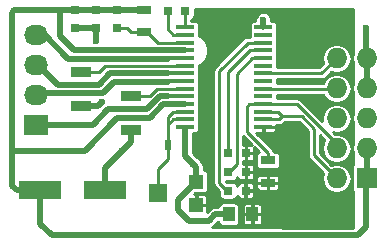
<source format=gbr>
G04 #@! TF.FileFunction,Copper,L1,Top,Signal*
%FSLAX45Y45*%
G04 Gerber Fmt 4.5, Leading zero omitted, Abs format (unit mm)*
G04 Created by KiCad (PCBNEW 4.0.1-stable) date 12-Feb-16 12:46:57 PM*
%MOMM*%
G01*
G04 APERTURE LIST*
%ADD10C,0.100000*%
%ADD11R,1.550000X0.300000*%
%ADD12R,0.800000X0.750000*%
%ADD13R,1.300000X0.700000*%
%ADD14R,0.750000X0.800000*%
%ADD15R,2.032000X1.727200*%
%ADD16O,2.032000X1.727200*%
%ADD17R,3.599180X1.600200*%
%ADD18R,0.500000X0.900000*%
%ADD19R,1.000000X1.250000*%
%ADD20R,1.200000X1.200000*%
%ADD21R,1.500000X1.600000*%
%ADD22R,1.700000X0.900000*%
%ADD23R,1.727200X1.727200*%
%ADD24O,1.727200X1.727200*%
%ADD25C,0.600000*%
%ADD26C,0.500000*%
%ADD27C,0.250000*%
%ADD28C,0.300000*%
%ADD29C,0.254000*%
G04 APERTURE END LIST*
D10*
D11*
X2240500Y-279500D03*
X1580500Y-279500D03*
X2240500Y-344500D03*
X1580500Y-344500D03*
X2240500Y-409500D03*
X1580500Y-409500D03*
X2240500Y-474500D03*
X1580500Y-474500D03*
X2240500Y-539500D03*
X1580500Y-539500D03*
X2240500Y-604500D03*
X1580500Y-604500D03*
X2240500Y-669500D03*
X1580500Y-669500D03*
X2240500Y-734500D03*
X1580500Y-734500D03*
X2240500Y-799500D03*
X1580500Y-799500D03*
X2240500Y-864500D03*
X1580500Y-864500D03*
X2240500Y-929500D03*
X1580500Y-929500D03*
X2240500Y-994500D03*
X1580500Y-994500D03*
X2240500Y-1059500D03*
X1580500Y-1059500D03*
X2240500Y-1124500D03*
X1580500Y-1124500D03*
D12*
X1941000Y-1663000D03*
X2091000Y-1663000D03*
D13*
X2278000Y-1596000D03*
X2278000Y-1406000D03*
D12*
X1942000Y-1504000D03*
X2092000Y-1504000D03*
X1942000Y-1345000D03*
X2092000Y-1345000D03*
X1430120Y-141660D03*
X1580120Y-141660D03*
D14*
X641520Y-135240D03*
X641520Y-285240D03*
X821860Y-135240D03*
X821860Y-285240D03*
D13*
X1228260Y-323020D03*
X1228260Y-133020D03*
D14*
X999660Y-285240D03*
X999660Y-135240D03*
D15*
X318940Y-1104320D03*
D16*
X318940Y-850320D03*
X318940Y-596320D03*
X318940Y-342320D03*
D17*
X352976Y-1660580D03*
X903140Y-1660580D03*
D18*
X1430020Y-1273000D03*
X1580020Y-1273000D03*
D19*
X2147000Y-1862000D03*
X1947000Y-1862000D03*
D20*
X1674000Y-1786000D03*
X1674000Y-1586000D03*
D21*
X1349000Y-1686000D03*
D22*
X695020Y-658000D03*
X695020Y-948000D03*
X1120020Y-858000D03*
X1120020Y-1148000D03*
D23*
X3114000Y-1557000D03*
D24*
X2860000Y-1557000D03*
X3114000Y-1303000D03*
X2860000Y-1303000D03*
X3114000Y-1049000D03*
X2860000Y-1049000D03*
X3114000Y-795000D03*
X2860000Y-795000D03*
X3114000Y-541000D03*
X2860000Y-541000D03*
D25*
X1643500Y-1433500D03*
X3108000Y-283000D03*
X2240000Y-220000D03*
X1045020Y-1328200D03*
X875000Y-910081D03*
X821860Y-398200D03*
D26*
X3110020Y-1560980D02*
X3110020Y-1969980D01*
X3040000Y-2040000D02*
X3110020Y-1969980D01*
X450000Y-2040000D02*
X3040000Y-2040000D01*
X352976Y-1942976D02*
X450000Y-2040000D01*
X352976Y-1942976D02*
X352976Y-1660580D01*
X3110020Y-1560980D02*
X3114000Y-1557000D01*
X3114000Y-1557000D02*
X3114000Y-1303000D01*
X1429058Y-930481D02*
X1579519Y-930481D01*
X1579519Y-930481D02*
X1580500Y-929500D01*
X400020Y-1323776D02*
X113976Y-1323776D01*
X400020Y-1323776D02*
X726224Y-1323776D01*
X352976Y-1323776D02*
X400020Y-1323776D01*
X726224Y-1323776D02*
X1004999Y-1045001D01*
X1004999Y-1045001D02*
X1279959Y-1045001D01*
X1279959Y-1045001D02*
X1394479Y-930481D01*
X1394479Y-930481D02*
X1429058Y-930481D01*
X1429058Y-930481D02*
X1430039Y-930481D01*
X113200Y-1323000D02*
X113200Y-1623200D01*
X150580Y-1660580D02*
X352976Y-1660580D01*
X113200Y-1623200D02*
X150580Y-1660580D01*
X542460Y-135240D02*
X519600Y-135240D01*
X519600Y-135240D02*
X519600Y-355020D01*
X1162120Y-474500D02*
X1162220Y-474400D01*
X519600Y-355020D02*
X639080Y-474500D01*
X639080Y-474500D02*
X1162120Y-474500D01*
X1162220Y-474400D02*
X1580400Y-474400D01*
X1580400Y-474400D02*
X1580500Y-474500D01*
X113976Y-1323776D02*
X113200Y-1323000D01*
X113200Y-1289740D02*
X113200Y-1323000D01*
X641520Y-135240D02*
X542460Y-135240D01*
X113200Y-154360D02*
X113200Y-1289740D01*
X132320Y-135240D02*
X113200Y-154360D01*
X542460Y-135240D02*
X132320Y-135240D01*
X452925Y-1660580D02*
X352976Y-1660580D01*
X821860Y-135240D02*
X999660Y-135240D01*
X641520Y-135240D02*
X821860Y-135240D01*
X1226040Y-135240D02*
X1228260Y-133020D01*
X999660Y-135240D02*
X1226040Y-135240D01*
X1947000Y-1862000D02*
X1834000Y-1862000D01*
X1521000Y-1739000D02*
X1674000Y-1586000D01*
X1521000Y-1828000D02*
X1521000Y-1739000D01*
X1610000Y-1917000D02*
X1521000Y-1828000D01*
X1779000Y-1917000D02*
X1610000Y-1917000D01*
X1834000Y-1862000D02*
X1779000Y-1917000D01*
X1674000Y-1586000D02*
X1674000Y-1464000D01*
X1580020Y-1370020D02*
X1580020Y-1273000D01*
X1674000Y-1464000D02*
X1643500Y-1433500D01*
X1643500Y-1433500D02*
X1580020Y-1370020D01*
X3114000Y-795000D02*
X3114000Y-541000D01*
X3114000Y-541000D02*
X3108000Y-535000D01*
X3108000Y-535000D02*
X3108000Y-283000D01*
X2240500Y-279500D02*
X2240500Y-220500D01*
X2240500Y-220500D02*
X2240000Y-220000D01*
X1580020Y-1273000D02*
X1580020Y-1140020D01*
X1580500Y-1272520D02*
X1580020Y-1273000D01*
X903140Y-1470080D02*
X1045020Y-1328200D01*
X1045020Y-1328200D02*
X1120020Y-1253200D01*
X695020Y-948000D02*
X837081Y-948000D01*
X837081Y-948000D02*
X875000Y-910081D01*
X1120020Y-1253200D02*
X1120020Y-1148000D01*
X903140Y-1660580D02*
X903140Y-1470080D01*
X821860Y-285240D02*
X821860Y-398200D01*
X641520Y-285240D02*
X821860Y-285240D01*
D27*
X1580500Y-344500D02*
X1478000Y-344500D01*
X1478000Y-344500D02*
X1430120Y-296620D01*
X1430120Y-296620D02*
X1430120Y-204160D01*
X1430120Y-204160D02*
X1430120Y-141660D01*
X1580500Y-279500D02*
X1580500Y-142040D01*
X1580500Y-142040D02*
X1580120Y-141660D01*
X1123020Y-323020D02*
X1085240Y-285240D01*
X1085240Y-285240D02*
X999660Y-285240D01*
X1228260Y-323020D02*
X1123020Y-323020D01*
X1580500Y-409500D02*
X1487340Y-409500D01*
X1487340Y-409500D02*
X1344940Y-409500D01*
X1344740Y-409500D02*
X1487340Y-409500D01*
X1258260Y-323020D02*
X1344740Y-409500D01*
X1228260Y-323020D02*
X1258260Y-323020D01*
X1941000Y-1663000D02*
X1932000Y-1663000D01*
X1932000Y-1663000D02*
X1867000Y-1598000D01*
X2106500Y-409500D02*
X2240500Y-409500D01*
X1867000Y-649000D02*
X2106500Y-409500D01*
X1867000Y-1598000D02*
X1867000Y-649000D01*
X1941000Y-1663000D02*
X1938000Y-1663000D01*
X1942000Y-1345000D02*
X1942000Y-662000D01*
X2129500Y-474500D02*
X2240500Y-474500D01*
X1942000Y-662000D02*
X2129500Y-474500D01*
X1942000Y-1504000D02*
X1948000Y-1504000D01*
X1948000Y-1504000D02*
X2015000Y-1437000D01*
X2015000Y-1437000D02*
X2015000Y-672000D01*
X2015000Y-672000D02*
X2147500Y-539500D01*
X2147500Y-539500D02*
X2240500Y-539500D01*
X1941000Y-1500000D02*
X1941000Y-1495000D01*
X2719500Y-669500D02*
X2731500Y-669500D01*
X2731500Y-669500D02*
X2860000Y-541000D01*
X2240500Y-669500D02*
X2719500Y-669500D01*
X2240500Y-799500D02*
X2855500Y-799500D01*
X2855500Y-799500D02*
X2860000Y-795000D01*
X2240520Y-799520D02*
X2240500Y-799500D01*
X2399200Y-1033200D02*
X2563200Y-1033200D01*
X2667000Y-1364000D02*
X2860000Y-1557000D01*
X2667000Y-1137000D02*
X2667000Y-1364000D01*
X2563200Y-1033200D02*
X2667000Y-1137000D01*
X2372900Y-1059500D02*
X2399200Y-1033200D01*
X2360500Y-994500D02*
X2399200Y-1033200D01*
X2240500Y-1059500D02*
X2372900Y-1059500D01*
X2240500Y-994500D02*
X2360500Y-994500D01*
D26*
X318940Y-1104320D02*
X795680Y-1104320D01*
X795680Y-1104320D02*
X925000Y-975000D01*
X925000Y-975000D02*
X1250964Y-975000D01*
X1250964Y-975000D02*
X1365484Y-860480D01*
X1365484Y-860480D02*
X1425000Y-860480D01*
X1362880Y-860480D02*
X1436540Y-860480D01*
D28*
X1580500Y-864500D02*
X1440560Y-864500D01*
X1440560Y-864500D02*
X1436540Y-860480D01*
D26*
X318940Y-850320D02*
X334180Y-850320D01*
X882756Y-835080D02*
X334180Y-835080D01*
X334180Y-835080D02*
X318940Y-850320D01*
X1434000Y-739981D02*
X977855Y-739981D01*
D28*
X1580500Y-734500D02*
X1439481Y-734500D01*
X1439481Y-734500D02*
X1434000Y-739981D01*
D26*
X977855Y-739981D02*
X882756Y-835080D01*
X848681Y-765079D02*
X502939Y-765079D01*
X502939Y-765079D02*
X334180Y-596320D01*
X334180Y-596320D02*
X318940Y-596320D01*
D28*
X1473000Y-669500D02*
X1472520Y-669980D01*
X1580500Y-669500D02*
X1473000Y-669500D01*
X1472520Y-669980D02*
X1434000Y-669980D01*
D26*
X1434000Y-669980D02*
X943780Y-669980D01*
X943780Y-669980D02*
X848681Y-765079D01*
D28*
X1410961Y-539500D02*
X1406060Y-544401D01*
D26*
X1406060Y-544401D02*
X1434000Y-544401D01*
X1333519Y-544401D02*
X1406060Y-544401D01*
X1333419Y-544501D02*
X1333519Y-544401D01*
X589765Y-544501D02*
X1333419Y-544501D01*
X387584Y-342320D02*
X589765Y-544501D01*
X318940Y-342320D02*
X387584Y-342320D01*
D27*
X334180Y-342320D02*
X318940Y-342320D01*
D28*
X1580500Y-539500D02*
X1410961Y-539500D01*
D27*
X1580500Y-604500D02*
X903140Y-604500D01*
X903140Y-604500D02*
X849640Y-658000D01*
X849640Y-658000D02*
X695020Y-658000D01*
X1580500Y-799500D02*
X1342541Y-799500D01*
X1342541Y-799500D02*
X1284041Y-858000D01*
X1284041Y-858000D02*
X1120020Y-858000D01*
X2240500Y-929500D02*
X2523140Y-929500D01*
X2523140Y-929500D02*
X2533320Y-939680D01*
X2278000Y-1406000D02*
X2278000Y-1341000D01*
X2122500Y-929500D02*
X2240500Y-929500D01*
X2099000Y-953000D02*
X2122500Y-929500D01*
X2099000Y-1162000D02*
X2099000Y-953000D01*
X2278000Y-1341000D02*
X2099000Y-1162000D01*
X2860000Y-1303000D02*
X2860000Y-1266360D01*
X2860000Y-1266360D02*
X2533320Y-939680D01*
X2533320Y-939680D02*
X2531640Y-938000D01*
X2240020Y-1124980D02*
X2240500Y-1124500D01*
X2245020Y-1129020D02*
X2240500Y-1124500D01*
X1349000Y-1686000D02*
X1349000Y-1476000D01*
X1430020Y-1394980D02*
X1430020Y-1273000D01*
X1349000Y-1476000D02*
X1430020Y-1394980D01*
X1580500Y-994500D02*
X1478000Y-994500D01*
X1478000Y-994500D02*
X1430020Y-1042480D01*
X1430020Y-1042480D02*
X1430020Y-1107480D01*
X1580500Y-1059500D02*
X1478000Y-1059500D01*
X1478000Y-1059500D02*
X1430020Y-1107480D01*
X1430020Y-1107480D02*
X1430020Y-1203000D01*
X1430020Y-1203000D02*
X1430020Y-1273000D01*
X1359000Y-1633840D02*
X1408600Y-1683440D01*
X2856020Y-1063000D02*
X2853000Y-1063000D01*
D29*
G36*
X3002300Y-485522D02*
X2996953Y-493524D01*
X2987509Y-541000D01*
X2996953Y-588476D01*
X3002300Y-596478D01*
X3002300Y-739522D01*
X2996953Y-747524D01*
X2987509Y-795000D01*
X2996953Y-842476D01*
X3002300Y-850478D01*
X3002300Y-993522D01*
X2996953Y-1001524D01*
X2987509Y-1049000D01*
X2996953Y-1096476D01*
X3002300Y-1104478D01*
X3002300Y-1247522D01*
X2996953Y-1255524D01*
X2987509Y-1303000D01*
X2996953Y-1350476D01*
X3002300Y-1358478D01*
X3002300Y-1442146D01*
X3000838Y-1443087D01*
X2992230Y-1455685D01*
X2989201Y-1470640D01*
X2989201Y-1643360D01*
X2991830Y-1657331D01*
X3000087Y-1670162D01*
X3002300Y-1671674D01*
X3002300Y-1977255D01*
X1805815Y-1973042D01*
X1823336Y-1961336D01*
X1858816Y-1925855D01*
X1861190Y-1938471D01*
X1869447Y-1951302D01*
X1882045Y-1959910D01*
X1897000Y-1962938D01*
X1997000Y-1962938D01*
X2010971Y-1960310D01*
X2023802Y-1952053D01*
X2032410Y-1939455D01*
X2035438Y-1924500D01*
X2035438Y-1872475D01*
X2064300Y-1872475D01*
X2064300Y-1931004D01*
X2069278Y-1943023D01*
X2078477Y-1952222D01*
X2090496Y-1957200D01*
X2136525Y-1957200D01*
X2144700Y-1949025D01*
X2144700Y-1864300D01*
X2149300Y-1864300D01*
X2149300Y-1949025D01*
X2157475Y-1957200D01*
X2203504Y-1957200D01*
X2215523Y-1952222D01*
X2224722Y-1943023D01*
X2229700Y-1931004D01*
X2229700Y-1872475D01*
X2221525Y-1864300D01*
X2149300Y-1864300D01*
X2144700Y-1864300D01*
X2072475Y-1864300D01*
X2064300Y-1872475D01*
X2035438Y-1872475D01*
X2035438Y-1799500D01*
X2034215Y-1792995D01*
X2064300Y-1792995D01*
X2064300Y-1851525D01*
X2072475Y-1859700D01*
X2144700Y-1859700D01*
X2144700Y-1774975D01*
X2149300Y-1774975D01*
X2149300Y-1859700D01*
X2221525Y-1859700D01*
X2229700Y-1851525D01*
X2229700Y-1792995D01*
X2224722Y-1780977D01*
X2215523Y-1771778D01*
X2203504Y-1766800D01*
X2157475Y-1766800D01*
X2149300Y-1774975D01*
X2144700Y-1774975D01*
X2136525Y-1766800D01*
X2090496Y-1766800D01*
X2078477Y-1771778D01*
X2069278Y-1780977D01*
X2064300Y-1792995D01*
X2034215Y-1792995D01*
X2032810Y-1785529D01*
X2024553Y-1772698D01*
X2011955Y-1764090D01*
X1997000Y-1761061D01*
X1897000Y-1761061D01*
X1883029Y-1763690D01*
X1870198Y-1771947D01*
X1861590Y-1784545D01*
X1858602Y-1799300D01*
X1834000Y-1799300D01*
X1810006Y-1804073D01*
X1789664Y-1817664D01*
X1766700Y-1840629D01*
X1766700Y-1796475D01*
X1758525Y-1788300D01*
X1676300Y-1788300D01*
X1676300Y-1790300D01*
X1671700Y-1790300D01*
X1671700Y-1788300D01*
X1669700Y-1788300D01*
X1669700Y-1783700D01*
X1671700Y-1783700D01*
X1671700Y-1701475D01*
X1676300Y-1701475D01*
X1676300Y-1783700D01*
X1758525Y-1783700D01*
X1766700Y-1775525D01*
X1766700Y-1719496D01*
X1761722Y-1707477D01*
X1752523Y-1698278D01*
X1740504Y-1693300D01*
X1684475Y-1693300D01*
X1676300Y-1701475D01*
X1671700Y-1701475D01*
X1663525Y-1693300D01*
X1655371Y-1693300D01*
X1664233Y-1684438D01*
X1734000Y-1684438D01*
X1747971Y-1681810D01*
X1760802Y-1673553D01*
X1769410Y-1660955D01*
X1772438Y-1646000D01*
X1772438Y-1526000D01*
X1769810Y-1512029D01*
X1761553Y-1499198D01*
X1748955Y-1490590D01*
X1736700Y-1488108D01*
X1736700Y-1464000D01*
X1731927Y-1440006D01*
X1718336Y-1419664D01*
X1705894Y-1407223D01*
X1700927Y-1395201D01*
X1681899Y-1376140D01*
X1669779Y-1371107D01*
X1642720Y-1344049D01*
X1642720Y-1321647D01*
X1643458Y-1318000D01*
X1643458Y-1228000D01*
X1642720Y-1224075D01*
X1642720Y-1177939D01*
X1658000Y-1177939D01*
X1671971Y-1175310D01*
X1684802Y-1167053D01*
X1693410Y-1154455D01*
X1696438Y-1139500D01*
X1696438Y-1109500D01*
X1693810Y-1095529D01*
X1691603Y-1092100D01*
X1693410Y-1089455D01*
X1696438Y-1074500D01*
X1696438Y-1044500D01*
X1693810Y-1030529D01*
X1691603Y-1027100D01*
X1693410Y-1024455D01*
X1696438Y-1009500D01*
X1696438Y-979500D01*
X1693810Y-965529D01*
X1691603Y-962100D01*
X1693410Y-959455D01*
X1696438Y-944500D01*
X1696438Y-914500D01*
X1693810Y-900529D01*
X1691603Y-897100D01*
X1693410Y-894455D01*
X1696438Y-879500D01*
X1696438Y-849500D01*
X1693810Y-835529D01*
X1691603Y-832100D01*
X1693410Y-829455D01*
X1696438Y-814500D01*
X1696438Y-784500D01*
X1693810Y-770529D01*
X1691603Y-767100D01*
X1693410Y-764455D01*
X1696438Y-749500D01*
X1696438Y-719500D01*
X1693810Y-705529D01*
X1691603Y-702100D01*
X1693410Y-699455D01*
X1696438Y-684500D01*
X1696438Y-654500D01*
X1695404Y-649000D01*
X1816800Y-649000D01*
X1816800Y-649001D01*
X1816800Y-1597999D01*
X1816800Y-1598000D01*
X1820621Y-1617211D01*
X1831503Y-1633497D01*
X1862561Y-1664555D01*
X1862561Y-1700500D01*
X1865190Y-1714471D01*
X1873447Y-1727302D01*
X1886045Y-1735910D01*
X1901000Y-1738938D01*
X1981000Y-1738938D01*
X1994971Y-1736310D01*
X2007802Y-1728053D01*
X2016410Y-1715455D01*
X2018300Y-1706122D01*
X2018300Y-1707004D01*
X2023278Y-1719023D01*
X2032477Y-1728222D01*
X2044496Y-1733200D01*
X2080525Y-1733200D01*
X2088700Y-1725025D01*
X2088700Y-1665300D01*
X2093300Y-1665300D01*
X2093300Y-1725025D01*
X2101475Y-1733200D01*
X2137504Y-1733200D01*
X2149523Y-1728222D01*
X2158722Y-1719023D01*
X2163700Y-1707004D01*
X2163700Y-1673475D01*
X2155525Y-1665300D01*
X2093300Y-1665300D01*
X2088700Y-1665300D01*
X2086700Y-1665300D01*
X2086700Y-1660700D01*
X2088700Y-1660700D01*
X2088700Y-1600975D01*
X2093300Y-1600975D01*
X2093300Y-1660700D01*
X2155525Y-1660700D01*
X2163700Y-1652525D01*
X2163700Y-1618995D01*
X2158722Y-1606977D01*
X2158220Y-1606475D01*
X2180300Y-1606475D01*
X2180300Y-1637504D01*
X2185278Y-1649523D01*
X2194477Y-1658722D01*
X2206496Y-1663700D01*
X2267525Y-1663700D01*
X2275700Y-1655525D01*
X2275700Y-1598300D01*
X2280300Y-1598300D01*
X2280300Y-1655525D01*
X2288475Y-1663700D01*
X2349505Y-1663700D01*
X2361523Y-1658722D01*
X2370722Y-1649523D01*
X2375700Y-1637504D01*
X2375700Y-1606475D01*
X2367525Y-1598300D01*
X2280300Y-1598300D01*
X2275700Y-1598300D01*
X2188475Y-1598300D01*
X2180300Y-1606475D01*
X2158220Y-1606475D01*
X2149523Y-1597778D01*
X2137504Y-1592800D01*
X2101475Y-1592800D01*
X2093300Y-1600975D01*
X2088700Y-1600975D01*
X2080525Y-1592800D01*
X2044496Y-1592800D01*
X2032477Y-1597778D01*
X2023278Y-1606977D01*
X2018300Y-1618995D01*
X2018300Y-1619449D01*
X2016810Y-1611529D01*
X2008553Y-1598698D01*
X1995955Y-1590090D01*
X1981000Y-1587061D01*
X1927055Y-1587061D01*
X1919932Y-1579938D01*
X1982000Y-1579938D01*
X1995971Y-1577310D01*
X2008802Y-1569053D01*
X2017410Y-1556455D01*
X2019300Y-1547122D01*
X2019300Y-1548004D01*
X2024278Y-1560023D01*
X2033477Y-1569222D01*
X2045496Y-1574200D01*
X2081525Y-1574200D01*
X2089700Y-1566025D01*
X2089700Y-1506300D01*
X2094300Y-1506300D01*
X2094300Y-1566025D01*
X2102475Y-1574200D01*
X2138504Y-1574200D01*
X2150523Y-1569222D01*
X2159722Y-1560023D01*
X2162011Y-1554496D01*
X2180300Y-1554496D01*
X2180300Y-1585525D01*
X2188475Y-1593700D01*
X2275700Y-1593700D01*
X2275700Y-1536475D01*
X2280300Y-1536475D01*
X2280300Y-1593700D01*
X2367525Y-1593700D01*
X2375700Y-1585525D01*
X2375700Y-1554496D01*
X2370722Y-1542477D01*
X2361523Y-1533278D01*
X2349505Y-1528300D01*
X2288475Y-1528300D01*
X2280300Y-1536475D01*
X2275700Y-1536475D01*
X2267525Y-1528300D01*
X2206496Y-1528300D01*
X2194477Y-1533278D01*
X2185278Y-1542477D01*
X2180300Y-1554496D01*
X2162011Y-1554496D01*
X2164700Y-1548004D01*
X2164700Y-1514475D01*
X2156525Y-1506300D01*
X2094300Y-1506300D01*
X2089700Y-1506300D01*
X2087700Y-1506300D01*
X2087700Y-1501700D01*
X2089700Y-1501700D01*
X2089700Y-1441975D01*
X2094300Y-1441975D01*
X2094300Y-1501700D01*
X2156525Y-1501700D01*
X2164700Y-1493525D01*
X2164700Y-1459995D01*
X2159722Y-1447977D01*
X2150523Y-1438778D01*
X2138504Y-1433800D01*
X2102475Y-1433800D01*
X2094300Y-1441975D01*
X2089700Y-1441975D01*
X2081525Y-1433800D01*
X2065200Y-1433800D01*
X2065200Y-1415200D01*
X2081525Y-1415200D01*
X2089700Y-1407025D01*
X2089700Y-1347300D01*
X2094300Y-1347300D01*
X2094300Y-1407025D01*
X2102475Y-1415200D01*
X2138504Y-1415200D01*
X2150523Y-1410222D01*
X2159722Y-1401023D01*
X2164700Y-1389005D01*
X2164700Y-1355475D01*
X2156525Y-1347300D01*
X2094300Y-1347300D01*
X2089700Y-1347300D01*
X2087700Y-1347300D01*
X2087700Y-1342700D01*
X2089700Y-1342700D01*
X2089700Y-1282975D01*
X2081525Y-1274800D01*
X2065200Y-1274800D01*
X2065200Y-1199194D01*
X2142434Y-1276428D01*
X2138504Y-1274800D01*
X2102475Y-1274800D01*
X2094300Y-1282975D01*
X2094300Y-1342700D01*
X2156525Y-1342700D01*
X2164700Y-1334525D01*
X2164700Y-1300996D01*
X2163072Y-1297066D01*
X2200854Y-1334847D01*
X2199029Y-1335190D01*
X2186198Y-1343447D01*
X2177590Y-1356045D01*
X2174562Y-1371000D01*
X2174562Y-1441000D01*
X2177190Y-1454971D01*
X2185447Y-1467802D01*
X2198045Y-1476410D01*
X2213000Y-1479438D01*
X2343000Y-1479438D01*
X2356971Y-1476810D01*
X2369802Y-1468553D01*
X2378410Y-1455955D01*
X2381439Y-1441000D01*
X2381439Y-1371000D01*
X2378810Y-1357029D01*
X2370553Y-1344198D01*
X2357955Y-1335590D01*
X2343000Y-1332562D01*
X2326522Y-1332562D01*
X2324379Y-1321789D01*
X2324379Y-1321789D01*
X2317900Y-1312093D01*
X2313497Y-1305503D01*
X2313497Y-1305503D01*
X2180194Y-1172200D01*
X2230025Y-1172200D01*
X2238200Y-1164025D01*
X2238200Y-1126800D01*
X2242800Y-1126800D01*
X2242800Y-1164025D01*
X2250975Y-1172200D01*
X2324505Y-1172200D01*
X2336523Y-1167222D01*
X2345722Y-1158023D01*
X2350700Y-1146004D01*
X2350700Y-1134975D01*
X2342525Y-1126800D01*
X2242800Y-1126800D01*
X2238200Y-1126800D01*
X2236200Y-1126800D01*
X2236200Y-1122200D01*
X2238200Y-1122200D01*
X2238200Y-1120200D01*
X2242800Y-1120200D01*
X2242800Y-1122200D01*
X2342525Y-1122200D01*
X2350700Y-1114025D01*
X2350700Y-1109700D01*
X2372900Y-1109700D01*
X2372900Y-1109700D01*
X2392111Y-1105879D01*
X2408397Y-1094997D01*
X2419994Y-1083400D01*
X2542406Y-1083400D01*
X2616800Y-1157794D01*
X2616800Y-1364000D01*
X2616800Y-1364000D01*
X2620621Y-1383211D01*
X2631503Y-1399497D01*
X2742717Y-1510711D01*
X2733510Y-1557000D01*
X2742953Y-1604476D01*
X2769846Y-1644724D01*
X2810094Y-1671616D01*
X2857569Y-1681060D01*
X2862430Y-1681060D01*
X2909906Y-1671616D01*
X2950154Y-1644724D01*
X2977047Y-1604476D01*
X2986490Y-1557000D01*
X2977047Y-1509524D01*
X2950154Y-1469276D01*
X2909906Y-1442383D01*
X2862430Y-1432940D01*
X2857569Y-1432940D01*
X2815335Y-1441341D01*
X2717200Y-1343206D01*
X2717200Y-1194554D01*
X2757059Y-1234413D01*
X2742953Y-1255524D01*
X2733510Y-1303000D01*
X2742953Y-1350476D01*
X2769846Y-1390724D01*
X2810094Y-1417616D01*
X2857569Y-1427060D01*
X2862430Y-1427060D01*
X2909906Y-1417616D01*
X2950154Y-1390724D01*
X2977047Y-1350476D01*
X2986490Y-1303000D01*
X2977047Y-1255524D01*
X2950154Y-1215276D01*
X2909906Y-1188384D01*
X2862430Y-1178940D01*
X2857569Y-1178940D01*
X2845895Y-1181262D01*
X2832758Y-1168125D01*
X2857569Y-1173060D01*
X2862430Y-1173060D01*
X2909906Y-1163617D01*
X2950154Y-1136724D01*
X2977047Y-1096476D01*
X2986490Y-1049000D01*
X2977047Y-1001524D01*
X2950154Y-961276D01*
X2909906Y-934383D01*
X2862430Y-924940D01*
X2857569Y-924940D01*
X2810094Y-934383D01*
X2769846Y-961276D01*
X2742953Y-1001524D01*
X2733510Y-1049000D01*
X2738445Y-1073812D01*
X2568817Y-904183D01*
X2568816Y-904183D01*
X2567137Y-902503D01*
X2567136Y-902503D01*
X2558637Y-894003D01*
X2542351Y-883121D01*
X2523140Y-879300D01*
X2523139Y-879300D01*
X2356439Y-879300D01*
X2356439Y-849700D01*
X2747780Y-849700D01*
X2769846Y-882724D01*
X2810094Y-909616D01*
X2857569Y-919060D01*
X2862430Y-919060D01*
X2909906Y-909616D01*
X2950154Y-882724D01*
X2977047Y-842476D01*
X2986490Y-795000D01*
X2977047Y-747524D01*
X2950154Y-707276D01*
X2909906Y-680384D01*
X2862430Y-670940D01*
X2857569Y-670940D01*
X2810094Y-680384D01*
X2769846Y-707276D01*
X2742953Y-747524D01*
X2742600Y-749300D01*
X2356439Y-749300D01*
X2356439Y-719700D01*
X2731500Y-719700D01*
X2731500Y-719700D01*
X2750711Y-715879D01*
X2766997Y-704997D01*
X2815335Y-656659D01*
X2857569Y-665060D01*
X2862430Y-665060D01*
X2909906Y-655617D01*
X2950154Y-628724D01*
X2977047Y-588476D01*
X2986490Y-541000D01*
X2977047Y-493524D01*
X2950154Y-453276D01*
X2909906Y-426383D01*
X2862430Y-416940D01*
X2857569Y-416940D01*
X2810094Y-426383D01*
X2769846Y-453276D01*
X2742953Y-493524D01*
X2733510Y-541000D01*
X2742717Y-587289D01*
X2710706Y-619300D01*
X2356439Y-619300D01*
X2356439Y-589500D01*
X2353810Y-575529D01*
X2351603Y-572100D01*
X2353410Y-569455D01*
X2356439Y-554500D01*
X2356439Y-524500D01*
X2353810Y-510529D01*
X2351603Y-507100D01*
X2353410Y-504455D01*
X2356439Y-489500D01*
X2356439Y-459500D01*
X2353810Y-445529D01*
X2351603Y-442100D01*
X2353410Y-439455D01*
X2356439Y-424500D01*
X2356439Y-394500D01*
X2353810Y-380529D01*
X2351603Y-377100D01*
X2353410Y-374455D01*
X2356439Y-359500D01*
X2356439Y-329500D01*
X2353810Y-315529D01*
X2351603Y-312100D01*
X2353410Y-309455D01*
X2356439Y-294500D01*
X2356439Y-264500D01*
X2353810Y-250529D01*
X2345553Y-237698D01*
X2332955Y-229090D01*
X2318000Y-226061D01*
X2307695Y-226061D01*
X2307712Y-206593D01*
X2297427Y-181701D01*
X2278399Y-162640D01*
X2253525Y-152312D01*
X2226593Y-152288D01*
X2201701Y-162573D01*
X2182640Y-181601D01*
X2172312Y-206475D01*
X2172295Y-226061D01*
X2163000Y-226061D01*
X2149029Y-228690D01*
X2136198Y-236947D01*
X2127590Y-249545D01*
X2124562Y-264500D01*
X2124562Y-294500D01*
X2127190Y-308471D01*
X2129397Y-311900D01*
X2127590Y-314545D01*
X2124562Y-329500D01*
X2124562Y-359300D01*
X2106500Y-359300D01*
X2087289Y-363121D01*
X2071003Y-374003D01*
X2071003Y-374003D01*
X1831503Y-613503D01*
X1820621Y-629789D01*
X1816800Y-649000D01*
X1695404Y-649000D01*
X1693810Y-640529D01*
X1691603Y-637100D01*
X1693410Y-634455D01*
X1696438Y-619500D01*
X1696438Y-597175D01*
X1699764Y-596549D01*
X1738122Y-571867D01*
X1763855Y-534206D01*
X1772908Y-489500D01*
X1772908Y-459500D01*
X1765049Y-417736D01*
X1740367Y-379378D01*
X1702706Y-353645D01*
X1696438Y-352376D01*
X1696438Y-329500D01*
X1693810Y-315529D01*
X1691603Y-312100D01*
X1693410Y-309455D01*
X1696438Y-294500D01*
X1696438Y-264500D01*
X1693810Y-250529D01*
X1685553Y-237698D01*
X1672955Y-229090D01*
X1658000Y-226061D01*
X1630700Y-226061D01*
X1630700Y-215608D01*
X1634091Y-214970D01*
X1646922Y-206713D01*
X1655530Y-194115D01*
X1658558Y-179160D01*
X1658558Y-127700D01*
X3002300Y-127700D01*
X3002300Y-485522D01*
X3002300Y-485522D01*
G37*
X3002300Y-485522D02*
X2996953Y-493524D01*
X2987509Y-541000D01*
X2996953Y-588476D01*
X3002300Y-596478D01*
X3002300Y-739522D01*
X2996953Y-747524D01*
X2987509Y-795000D01*
X2996953Y-842476D01*
X3002300Y-850478D01*
X3002300Y-993522D01*
X2996953Y-1001524D01*
X2987509Y-1049000D01*
X2996953Y-1096476D01*
X3002300Y-1104478D01*
X3002300Y-1247522D01*
X2996953Y-1255524D01*
X2987509Y-1303000D01*
X2996953Y-1350476D01*
X3002300Y-1358478D01*
X3002300Y-1442146D01*
X3000838Y-1443087D01*
X2992230Y-1455685D01*
X2989201Y-1470640D01*
X2989201Y-1643360D01*
X2991830Y-1657331D01*
X3000087Y-1670162D01*
X3002300Y-1671674D01*
X3002300Y-1977255D01*
X1805815Y-1973042D01*
X1823336Y-1961336D01*
X1858816Y-1925855D01*
X1861190Y-1938471D01*
X1869447Y-1951302D01*
X1882045Y-1959910D01*
X1897000Y-1962938D01*
X1997000Y-1962938D01*
X2010971Y-1960310D01*
X2023802Y-1952053D01*
X2032410Y-1939455D01*
X2035438Y-1924500D01*
X2035438Y-1872475D01*
X2064300Y-1872475D01*
X2064300Y-1931004D01*
X2069278Y-1943023D01*
X2078477Y-1952222D01*
X2090496Y-1957200D01*
X2136525Y-1957200D01*
X2144700Y-1949025D01*
X2144700Y-1864300D01*
X2149300Y-1864300D01*
X2149300Y-1949025D01*
X2157475Y-1957200D01*
X2203504Y-1957200D01*
X2215523Y-1952222D01*
X2224722Y-1943023D01*
X2229700Y-1931004D01*
X2229700Y-1872475D01*
X2221525Y-1864300D01*
X2149300Y-1864300D01*
X2144700Y-1864300D01*
X2072475Y-1864300D01*
X2064300Y-1872475D01*
X2035438Y-1872475D01*
X2035438Y-1799500D01*
X2034215Y-1792995D01*
X2064300Y-1792995D01*
X2064300Y-1851525D01*
X2072475Y-1859700D01*
X2144700Y-1859700D01*
X2144700Y-1774975D01*
X2149300Y-1774975D01*
X2149300Y-1859700D01*
X2221525Y-1859700D01*
X2229700Y-1851525D01*
X2229700Y-1792995D01*
X2224722Y-1780977D01*
X2215523Y-1771778D01*
X2203504Y-1766800D01*
X2157475Y-1766800D01*
X2149300Y-1774975D01*
X2144700Y-1774975D01*
X2136525Y-1766800D01*
X2090496Y-1766800D01*
X2078477Y-1771778D01*
X2069278Y-1780977D01*
X2064300Y-1792995D01*
X2034215Y-1792995D01*
X2032810Y-1785529D01*
X2024553Y-1772698D01*
X2011955Y-1764090D01*
X1997000Y-1761061D01*
X1897000Y-1761061D01*
X1883029Y-1763690D01*
X1870198Y-1771947D01*
X1861590Y-1784545D01*
X1858602Y-1799300D01*
X1834000Y-1799300D01*
X1810006Y-1804073D01*
X1789664Y-1817664D01*
X1766700Y-1840629D01*
X1766700Y-1796475D01*
X1758525Y-1788300D01*
X1676300Y-1788300D01*
X1676300Y-1790300D01*
X1671700Y-1790300D01*
X1671700Y-1788300D01*
X1669700Y-1788300D01*
X1669700Y-1783700D01*
X1671700Y-1783700D01*
X1671700Y-1701475D01*
X1676300Y-1701475D01*
X1676300Y-1783700D01*
X1758525Y-1783700D01*
X1766700Y-1775525D01*
X1766700Y-1719496D01*
X1761722Y-1707477D01*
X1752523Y-1698278D01*
X1740504Y-1693300D01*
X1684475Y-1693300D01*
X1676300Y-1701475D01*
X1671700Y-1701475D01*
X1663525Y-1693300D01*
X1655371Y-1693300D01*
X1664233Y-1684438D01*
X1734000Y-1684438D01*
X1747971Y-1681810D01*
X1760802Y-1673553D01*
X1769410Y-1660955D01*
X1772438Y-1646000D01*
X1772438Y-1526000D01*
X1769810Y-1512029D01*
X1761553Y-1499198D01*
X1748955Y-1490590D01*
X1736700Y-1488108D01*
X1736700Y-1464000D01*
X1731927Y-1440006D01*
X1718336Y-1419664D01*
X1705894Y-1407223D01*
X1700927Y-1395201D01*
X1681899Y-1376140D01*
X1669779Y-1371107D01*
X1642720Y-1344049D01*
X1642720Y-1321647D01*
X1643458Y-1318000D01*
X1643458Y-1228000D01*
X1642720Y-1224075D01*
X1642720Y-1177939D01*
X1658000Y-1177939D01*
X1671971Y-1175310D01*
X1684802Y-1167053D01*
X1693410Y-1154455D01*
X1696438Y-1139500D01*
X1696438Y-1109500D01*
X1693810Y-1095529D01*
X1691603Y-1092100D01*
X1693410Y-1089455D01*
X1696438Y-1074500D01*
X1696438Y-1044500D01*
X1693810Y-1030529D01*
X1691603Y-1027100D01*
X1693410Y-1024455D01*
X1696438Y-1009500D01*
X1696438Y-979500D01*
X1693810Y-965529D01*
X1691603Y-962100D01*
X1693410Y-959455D01*
X1696438Y-944500D01*
X1696438Y-914500D01*
X1693810Y-900529D01*
X1691603Y-897100D01*
X1693410Y-894455D01*
X1696438Y-879500D01*
X1696438Y-849500D01*
X1693810Y-835529D01*
X1691603Y-832100D01*
X1693410Y-829455D01*
X1696438Y-814500D01*
X1696438Y-784500D01*
X1693810Y-770529D01*
X1691603Y-767100D01*
X1693410Y-764455D01*
X1696438Y-749500D01*
X1696438Y-719500D01*
X1693810Y-705529D01*
X1691603Y-702100D01*
X1693410Y-699455D01*
X1696438Y-684500D01*
X1696438Y-654500D01*
X1695404Y-649000D01*
X1816800Y-649000D01*
X1816800Y-649001D01*
X1816800Y-1597999D01*
X1816800Y-1598000D01*
X1820621Y-1617211D01*
X1831503Y-1633497D01*
X1862561Y-1664555D01*
X1862561Y-1700500D01*
X1865190Y-1714471D01*
X1873447Y-1727302D01*
X1886045Y-1735910D01*
X1901000Y-1738938D01*
X1981000Y-1738938D01*
X1994971Y-1736310D01*
X2007802Y-1728053D01*
X2016410Y-1715455D01*
X2018300Y-1706122D01*
X2018300Y-1707004D01*
X2023278Y-1719023D01*
X2032477Y-1728222D01*
X2044496Y-1733200D01*
X2080525Y-1733200D01*
X2088700Y-1725025D01*
X2088700Y-1665300D01*
X2093300Y-1665300D01*
X2093300Y-1725025D01*
X2101475Y-1733200D01*
X2137504Y-1733200D01*
X2149523Y-1728222D01*
X2158722Y-1719023D01*
X2163700Y-1707004D01*
X2163700Y-1673475D01*
X2155525Y-1665300D01*
X2093300Y-1665300D01*
X2088700Y-1665300D01*
X2086700Y-1665300D01*
X2086700Y-1660700D01*
X2088700Y-1660700D01*
X2088700Y-1600975D01*
X2093300Y-1600975D01*
X2093300Y-1660700D01*
X2155525Y-1660700D01*
X2163700Y-1652525D01*
X2163700Y-1618995D01*
X2158722Y-1606977D01*
X2158220Y-1606475D01*
X2180300Y-1606475D01*
X2180300Y-1637504D01*
X2185278Y-1649523D01*
X2194477Y-1658722D01*
X2206496Y-1663700D01*
X2267525Y-1663700D01*
X2275700Y-1655525D01*
X2275700Y-1598300D01*
X2280300Y-1598300D01*
X2280300Y-1655525D01*
X2288475Y-1663700D01*
X2349505Y-1663700D01*
X2361523Y-1658722D01*
X2370722Y-1649523D01*
X2375700Y-1637504D01*
X2375700Y-1606475D01*
X2367525Y-1598300D01*
X2280300Y-1598300D01*
X2275700Y-1598300D01*
X2188475Y-1598300D01*
X2180300Y-1606475D01*
X2158220Y-1606475D01*
X2149523Y-1597778D01*
X2137504Y-1592800D01*
X2101475Y-1592800D01*
X2093300Y-1600975D01*
X2088700Y-1600975D01*
X2080525Y-1592800D01*
X2044496Y-1592800D01*
X2032477Y-1597778D01*
X2023278Y-1606977D01*
X2018300Y-1618995D01*
X2018300Y-1619449D01*
X2016810Y-1611529D01*
X2008553Y-1598698D01*
X1995955Y-1590090D01*
X1981000Y-1587061D01*
X1927055Y-1587061D01*
X1919932Y-1579938D01*
X1982000Y-1579938D01*
X1995971Y-1577310D01*
X2008802Y-1569053D01*
X2017410Y-1556455D01*
X2019300Y-1547122D01*
X2019300Y-1548004D01*
X2024278Y-1560023D01*
X2033477Y-1569222D01*
X2045496Y-1574200D01*
X2081525Y-1574200D01*
X2089700Y-1566025D01*
X2089700Y-1506300D01*
X2094300Y-1506300D01*
X2094300Y-1566025D01*
X2102475Y-1574200D01*
X2138504Y-1574200D01*
X2150523Y-1569222D01*
X2159722Y-1560023D01*
X2162011Y-1554496D01*
X2180300Y-1554496D01*
X2180300Y-1585525D01*
X2188475Y-1593700D01*
X2275700Y-1593700D01*
X2275700Y-1536475D01*
X2280300Y-1536475D01*
X2280300Y-1593700D01*
X2367525Y-1593700D01*
X2375700Y-1585525D01*
X2375700Y-1554496D01*
X2370722Y-1542477D01*
X2361523Y-1533278D01*
X2349505Y-1528300D01*
X2288475Y-1528300D01*
X2280300Y-1536475D01*
X2275700Y-1536475D01*
X2267525Y-1528300D01*
X2206496Y-1528300D01*
X2194477Y-1533278D01*
X2185278Y-1542477D01*
X2180300Y-1554496D01*
X2162011Y-1554496D01*
X2164700Y-1548004D01*
X2164700Y-1514475D01*
X2156525Y-1506300D01*
X2094300Y-1506300D01*
X2089700Y-1506300D01*
X2087700Y-1506300D01*
X2087700Y-1501700D01*
X2089700Y-1501700D01*
X2089700Y-1441975D01*
X2094300Y-1441975D01*
X2094300Y-1501700D01*
X2156525Y-1501700D01*
X2164700Y-1493525D01*
X2164700Y-1459995D01*
X2159722Y-1447977D01*
X2150523Y-1438778D01*
X2138504Y-1433800D01*
X2102475Y-1433800D01*
X2094300Y-1441975D01*
X2089700Y-1441975D01*
X2081525Y-1433800D01*
X2065200Y-1433800D01*
X2065200Y-1415200D01*
X2081525Y-1415200D01*
X2089700Y-1407025D01*
X2089700Y-1347300D01*
X2094300Y-1347300D01*
X2094300Y-1407025D01*
X2102475Y-1415200D01*
X2138504Y-1415200D01*
X2150523Y-1410222D01*
X2159722Y-1401023D01*
X2164700Y-1389005D01*
X2164700Y-1355475D01*
X2156525Y-1347300D01*
X2094300Y-1347300D01*
X2089700Y-1347300D01*
X2087700Y-1347300D01*
X2087700Y-1342700D01*
X2089700Y-1342700D01*
X2089700Y-1282975D01*
X2081525Y-1274800D01*
X2065200Y-1274800D01*
X2065200Y-1199194D01*
X2142434Y-1276428D01*
X2138504Y-1274800D01*
X2102475Y-1274800D01*
X2094300Y-1282975D01*
X2094300Y-1342700D01*
X2156525Y-1342700D01*
X2164700Y-1334525D01*
X2164700Y-1300996D01*
X2163072Y-1297066D01*
X2200854Y-1334847D01*
X2199029Y-1335190D01*
X2186198Y-1343447D01*
X2177590Y-1356045D01*
X2174562Y-1371000D01*
X2174562Y-1441000D01*
X2177190Y-1454971D01*
X2185447Y-1467802D01*
X2198045Y-1476410D01*
X2213000Y-1479438D01*
X2343000Y-1479438D01*
X2356971Y-1476810D01*
X2369802Y-1468553D01*
X2378410Y-1455955D01*
X2381439Y-1441000D01*
X2381439Y-1371000D01*
X2378810Y-1357029D01*
X2370553Y-1344198D01*
X2357955Y-1335590D01*
X2343000Y-1332562D01*
X2326522Y-1332562D01*
X2324379Y-1321789D01*
X2324379Y-1321789D01*
X2317900Y-1312093D01*
X2313497Y-1305503D01*
X2313497Y-1305503D01*
X2180194Y-1172200D01*
X2230025Y-1172200D01*
X2238200Y-1164025D01*
X2238200Y-1126800D01*
X2242800Y-1126800D01*
X2242800Y-1164025D01*
X2250975Y-1172200D01*
X2324505Y-1172200D01*
X2336523Y-1167222D01*
X2345722Y-1158023D01*
X2350700Y-1146004D01*
X2350700Y-1134975D01*
X2342525Y-1126800D01*
X2242800Y-1126800D01*
X2238200Y-1126800D01*
X2236200Y-1126800D01*
X2236200Y-1122200D01*
X2238200Y-1122200D01*
X2238200Y-1120200D01*
X2242800Y-1120200D01*
X2242800Y-1122200D01*
X2342525Y-1122200D01*
X2350700Y-1114025D01*
X2350700Y-1109700D01*
X2372900Y-1109700D01*
X2372900Y-1109700D01*
X2392111Y-1105879D01*
X2408397Y-1094997D01*
X2419994Y-1083400D01*
X2542406Y-1083400D01*
X2616800Y-1157794D01*
X2616800Y-1364000D01*
X2616800Y-1364000D01*
X2620621Y-1383211D01*
X2631503Y-1399497D01*
X2742717Y-1510711D01*
X2733510Y-1557000D01*
X2742953Y-1604476D01*
X2769846Y-1644724D01*
X2810094Y-1671616D01*
X2857569Y-1681060D01*
X2862430Y-1681060D01*
X2909906Y-1671616D01*
X2950154Y-1644724D01*
X2977047Y-1604476D01*
X2986490Y-1557000D01*
X2977047Y-1509524D01*
X2950154Y-1469276D01*
X2909906Y-1442383D01*
X2862430Y-1432940D01*
X2857569Y-1432940D01*
X2815335Y-1441341D01*
X2717200Y-1343206D01*
X2717200Y-1194554D01*
X2757059Y-1234413D01*
X2742953Y-1255524D01*
X2733510Y-1303000D01*
X2742953Y-1350476D01*
X2769846Y-1390724D01*
X2810094Y-1417616D01*
X2857569Y-1427060D01*
X2862430Y-1427060D01*
X2909906Y-1417616D01*
X2950154Y-1390724D01*
X2977047Y-1350476D01*
X2986490Y-1303000D01*
X2977047Y-1255524D01*
X2950154Y-1215276D01*
X2909906Y-1188384D01*
X2862430Y-1178940D01*
X2857569Y-1178940D01*
X2845895Y-1181262D01*
X2832758Y-1168125D01*
X2857569Y-1173060D01*
X2862430Y-1173060D01*
X2909906Y-1163617D01*
X2950154Y-1136724D01*
X2977047Y-1096476D01*
X2986490Y-1049000D01*
X2977047Y-1001524D01*
X2950154Y-961276D01*
X2909906Y-934383D01*
X2862430Y-924940D01*
X2857569Y-924940D01*
X2810094Y-934383D01*
X2769846Y-961276D01*
X2742953Y-1001524D01*
X2733510Y-1049000D01*
X2738445Y-1073812D01*
X2568817Y-904183D01*
X2568816Y-904183D01*
X2567137Y-902503D01*
X2567136Y-902503D01*
X2558637Y-894003D01*
X2542351Y-883121D01*
X2523140Y-879300D01*
X2523139Y-879300D01*
X2356439Y-879300D01*
X2356439Y-849700D01*
X2747780Y-849700D01*
X2769846Y-882724D01*
X2810094Y-909616D01*
X2857569Y-919060D01*
X2862430Y-919060D01*
X2909906Y-909616D01*
X2950154Y-882724D01*
X2977047Y-842476D01*
X2986490Y-795000D01*
X2977047Y-747524D01*
X2950154Y-707276D01*
X2909906Y-680384D01*
X2862430Y-670940D01*
X2857569Y-670940D01*
X2810094Y-680384D01*
X2769846Y-707276D01*
X2742953Y-747524D01*
X2742600Y-749300D01*
X2356439Y-749300D01*
X2356439Y-719700D01*
X2731500Y-719700D01*
X2731500Y-719700D01*
X2750711Y-715879D01*
X2766997Y-704997D01*
X2815335Y-656659D01*
X2857569Y-665060D01*
X2862430Y-665060D01*
X2909906Y-655617D01*
X2950154Y-628724D01*
X2977047Y-588476D01*
X2986490Y-541000D01*
X2977047Y-493524D01*
X2950154Y-453276D01*
X2909906Y-426383D01*
X2862430Y-416940D01*
X2857569Y-416940D01*
X2810094Y-426383D01*
X2769846Y-453276D01*
X2742953Y-493524D01*
X2733510Y-541000D01*
X2742717Y-587289D01*
X2710706Y-619300D01*
X2356439Y-619300D01*
X2356439Y-589500D01*
X2353810Y-575529D01*
X2351603Y-572100D01*
X2353410Y-569455D01*
X2356439Y-554500D01*
X2356439Y-524500D01*
X2353810Y-510529D01*
X2351603Y-507100D01*
X2353410Y-504455D01*
X2356439Y-489500D01*
X2356439Y-459500D01*
X2353810Y-445529D01*
X2351603Y-442100D01*
X2353410Y-439455D01*
X2356439Y-424500D01*
X2356439Y-394500D01*
X2353810Y-380529D01*
X2351603Y-377100D01*
X2353410Y-374455D01*
X2356439Y-359500D01*
X2356439Y-329500D01*
X2353810Y-315529D01*
X2351603Y-312100D01*
X2353410Y-309455D01*
X2356439Y-294500D01*
X2356439Y-264500D01*
X2353810Y-250529D01*
X2345553Y-237698D01*
X2332955Y-229090D01*
X2318000Y-226061D01*
X2307695Y-226061D01*
X2307712Y-206593D01*
X2297427Y-181701D01*
X2278399Y-162640D01*
X2253525Y-152312D01*
X2226593Y-152288D01*
X2201701Y-162573D01*
X2182640Y-181601D01*
X2172312Y-206475D01*
X2172295Y-226061D01*
X2163000Y-226061D01*
X2149029Y-228690D01*
X2136198Y-236947D01*
X2127590Y-249545D01*
X2124562Y-264500D01*
X2124562Y-294500D01*
X2127190Y-308471D01*
X2129397Y-311900D01*
X2127590Y-314545D01*
X2124562Y-329500D01*
X2124562Y-359300D01*
X2106500Y-359300D01*
X2087289Y-363121D01*
X2071003Y-374003D01*
X2071003Y-374003D01*
X1831503Y-613503D01*
X1820621Y-629789D01*
X1816800Y-649000D01*
X1695404Y-649000D01*
X1693810Y-640529D01*
X1691603Y-637100D01*
X1693410Y-634455D01*
X1696438Y-619500D01*
X1696438Y-597175D01*
X1699764Y-596549D01*
X1738122Y-571867D01*
X1763855Y-534206D01*
X1772908Y-489500D01*
X1772908Y-459500D01*
X1765049Y-417736D01*
X1740367Y-379378D01*
X1702706Y-353645D01*
X1696438Y-352376D01*
X1696438Y-329500D01*
X1693810Y-315529D01*
X1691603Y-312100D01*
X1693410Y-309455D01*
X1696438Y-294500D01*
X1696438Y-264500D01*
X1693810Y-250529D01*
X1685553Y-237698D01*
X1672955Y-229090D01*
X1658000Y-226061D01*
X1630700Y-226061D01*
X1630700Y-215608D01*
X1634091Y-214970D01*
X1646922Y-206713D01*
X1655530Y-194115D01*
X1658558Y-179160D01*
X1658558Y-127700D01*
X3002300Y-127700D01*
X3002300Y-485522D01*
M02*

</source>
